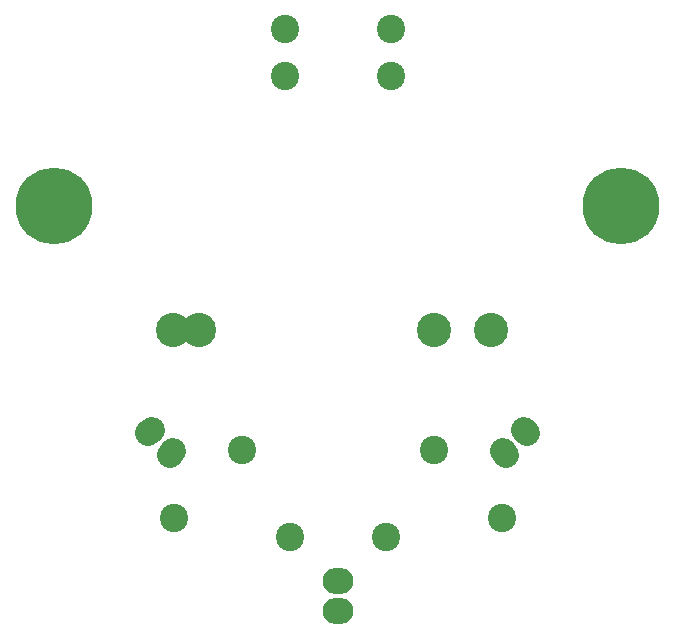
<source format=gbs>
%TF.GenerationSoftware,KiCad,Pcbnew,4.1.0-alpha+201607210716+6990~46~ubuntu15.10.1-product*%
%TF.CreationDate,2016-08-11T20:23:11+05:30*%
%TF.ProjectId,makerauto,6D616B65726175746F2E6B696361645F,rev?*%
%TF.FileFunction,Soldermask,Bot*%
%FSLAX46Y46*%
G04 Gerber Fmt 4.6, Leading zero omitted, Abs format (unit mm)*
G04 Created by KiCad (PCBNEW 4.1.0-alpha+201607210716+6990~46~ubuntu15.10.1-product) date Thu Aug 11 20:23:11 2016*
%MOMM*%
%LPD*%
G01*
G04 APERTURE LIST*
%ADD10C,0.050800*%
%ADD11C,2.900000*%
%ADD12C,6.496000*%
%ADD13O,2.600000X2.200000*%
%ADD14C,2.200000*%
%ADD15C,2.400000*%
G04 APERTURE END LIST*
D10*
D11*
X108100000Y-90500000D03*
X88200000Y-90500000D03*
X86000000Y-90500000D03*
X113000000Y-90500000D03*
D12*
X76000000Y-80000000D03*
X124000000Y-80000000D03*
D13*
X100000000Y-114270000D03*
X100000000Y-111730000D03*
D14*
X116039447Y-99243395D02*
X115756605Y-98960553D01*
X114243395Y-101039447D02*
X113960553Y-100756605D01*
X84243395Y-98960553D02*
X83960553Y-99243395D01*
X86039447Y-100756605D02*
X85756605Y-101039447D01*
D15*
X91873682Y-100626318D03*
X86126318Y-106373682D03*
X108126318Y-100626318D03*
X113873682Y-106373682D03*
X104064000Y-108000000D03*
X95936000Y-108000000D03*
X104500000Y-69000000D03*
X95500000Y-65000000D03*
X104500000Y-65000000D03*
X95500000Y-69000000D03*
M02*

</source>
